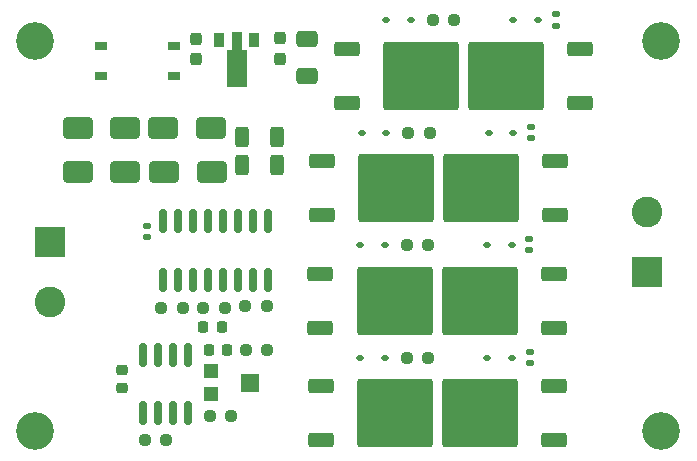
<source format=gbr>
%TF.GenerationSoftware,KiCad,Pcbnew,7.0.10*%
%TF.CreationDate,2024-02-13T13:45:35+01:00*%
%TF.ProjectId,turningLoopMosfet-overcurrent,7475726e-696e-4674-9c6f-6f704d6f7366,rev?*%
%TF.SameCoordinates,Original*%
%TF.FileFunction,Soldermask,Top*%
%TF.FilePolarity,Negative*%
%FSLAX46Y46*%
G04 Gerber Fmt 4.6, Leading zero omitted, Abs format (unit mm)*
G04 Created by KiCad (PCBNEW 7.0.10) date 2024-02-13 13:45:35*
%MOMM*%
%LPD*%
G01*
G04 APERTURE LIST*
G04 Aperture macros list*
%AMRoundRect*
0 Rectangle with rounded corners*
0 $1 Rounding radius*
0 $2 $3 $4 $5 $6 $7 $8 $9 X,Y pos of 4 corners*
0 Add a 4 corners polygon primitive as box body*
4,1,4,$2,$3,$4,$5,$6,$7,$8,$9,$2,$3,0*
0 Add four circle primitives for the rounded corners*
1,1,$1+$1,$2,$3*
1,1,$1+$1,$4,$5*
1,1,$1+$1,$6,$7*
1,1,$1+$1,$8,$9*
0 Add four rect primitives between the rounded corners*
20,1,$1+$1,$2,$3,$4,$5,0*
20,1,$1+$1,$4,$5,$6,$7,0*
20,1,$1+$1,$6,$7,$8,$9,0*
20,1,$1+$1,$8,$9,$2,$3,0*%
%AMFreePoly0*
4,1,9,3.862500,-0.866500,0.737500,-0.866500,0.737500,-0.450000,-0.737500,-0.450000,-0.737500,0.450000,0.737500,0.450000,0.737500,0.866500,3.862500,0.866500,3.862500,-0.866500,3.862500,-0.866500,$1*%
G04 Aperture macros list end*
%ADD10C,3.200000*%
%ADD11RoundRect,0.150000X0.150000X-0.825000X0.150000X0.825000X-0.150000X0.825000X-0.150000X-0.825000X0*%
%ADD12R,1.200000X1.200000*%
%ADD13R,1.500000X1.600000*%
%ADD14RoundRect,0.237500X0.250000X0.237500X-0.250000X0.237500X-0.250000X-0.237500X0.250000X-0.237500X0*%
%ADD15RoundRect,0.237500X-0.250000X-0.237500X0.250000X-0.237500X0.250000X0.237500X-0.250000X0.237500X0*%
%ADD16RoundRect,0.250000X0.312500X0.625000X-0.312500X0.625000X-0.312500X-0.625000X0.312500X-0.625000X0*%
%ADD17RoundRect,0.250000X-0.312500X-0.625000X0.312500X-0.625000X0.312500X0.625000X-0.312500X0.625000X0*%
%ADD18RoundRect,0.250000X-0.850000X-0.350000X0.850000X-0.350000X0.850000X0.350000X-0.850000X0.350000X0*%
%ADD19RoundRect,0.249997X-2.950003X-2.650003X2.950003X-2.650003X2.950003X2.650003X-2.950003X2.650003X0*%
%ADD20RoundRect,0.250000X0.850000X0.350000X-0.850000X0.350000X-0.850000X-0.350000X0.850000X-0.350000X0*%
%ADD21RoundRect,0.249997X2.950003X2.650003X-2.950003X2.650003X-2.950003X-2.650003X2.950003X-2.650003X0*%
%ADD22R,2.600000X2.600000*%
%ADD23C,2.600000*%
%ADD24RoundRect,0.250000X1.000000X0.650000X-1.000000X0.650000X-1.000000X-0.650000X1.000000X-0.650000X0*%
%ADD25RoundRect,0.112500X0.187500X0.112500X-0.187500X0.112500X-0.187500X-0.112500X0.187500X-0.112500X0*%
%ADD26RoundRect,0.112500X-0.187500X-0.112500X0.187500X-0.112500X0.187500X0.112500X-0.187500X0.112500X0*%
%ADD27R,1.000000X0.800000*%
%ADD28RoundRect,0.225000X0.225000X0.250000X-0.225000X0.250000X-0.225000X-0.250000X0.225000X-0.250000X0*%
%ADD29RoundRect,0.140000X-0.170000X0.140000X-0.170000X-0.140000X0.170000X-0.140000X0.170000X0.140000X0*%
%ADD30RoundRect,0.225000X0.250000X-0.225000X0.250000X0.225000X-0.250000X0.225000X-0.250000X-0.225000X0*%
%ADD31RoundRect,0.237500X-0.237500X0.300000X-0.237500X-0.300000X0.237500X-0.300000X0.237500X0.300000X0*%
%ADD32R,0.900000X1.300000*%
%ADD33FreePoly0,270.000000*%
%ADD34RoundRect,0.250000X-0.650000X0.412500X-0.650000X-0.412500X0.650000X-0.412500X0.650000X0.412500X0*%
G04 APERTURE END LIST*
D10*
%TO.C,REF\u002A\u002A*%
X164000000Y-62500000D03*
%TD*%
%TO.C,REF\u002A\u002A*%
X164000000Y-95500000D03*
%TD*%
%TO.C,REF\u002A\u002A*%
X217000000Y-95500000D03*
%TD*%
%TO.C,REF\u002A\u002A*%
X217000000Y-62500000D03*
%TD*%
D11*
%TO.C,U901*%
X174799000Y-82692500D03*
X176069000Y-82692500D03*
X177339000Y-82692500D03*
X178609000Y-82692500D03*
X179879000Y-82692500D03*
X181149000Y-82692500D03*
X182419000Y-82692500D03*
X183689000Y-82692500D03*
X183689000Y-77742500D03*
X182419000Y-77742500D03*
X181149000Y-77742500D03*
X179879000Y-77742500D03*
X178609000Y-77742500D03*
X177339000Y-77742500D03*
X176069000Y-77742500D03*
X174799000Y-77742500D03*
%TD*%
%TO.C,U801*%
X173077500Y-93995500D03*
X174347500Y-93995500D03*
X175617500Y-93995500D03*
X176887500Y-93995500D03*
X176887500Y-89045500D03*
X175617500Y-89045500D03*
X174347500Y-89045500D03*
X173077500Y-89045500D03*
%TD*%
D12*
%TO.C,RV201*%
X178897500Y-90393500D03*
D13*
X182147500Y-91393500D03*
D12*
X178897500Y-92393500D03*
%TD*%
D14*
%TO.C,R903*%
X176473500Y-85043500D03*
X174648500Y-85043500D03*
%TD*%
%TO.C,R902*%
X183585500Y-84916500D03*
X181760500Y-84916500D03*
%TD*%
D15*
%TO.C,R901*%
X178181000Y-85043500D03*
X180006000Y-85043500D03*
%TD*%
D16*
%TO.C,R803*%
X184450000Y-73000000D03*
X181525000Y-73000000D03*
%TD*%
D17*
%TO.C,R802*%
X181525000Y-70599000D03*
X184450000Y-70599000D03*
%TD*%
D14*
%TO.C,R801*%
X175072000Y-96260000D03*
X173247000Y-96260000D03*
%TD*%
%TO.C,R701*%
X197372500Y-70237001D03*
X195547500Y-70237001D03*
%TD*%
%TO.C,R601*%
X197264000Y-89280500D03*
X195439000Y-89280500D03*
%TD*%
%TO.C,R501*%
X199471500Y-60712000D03*
X197646500Y-60712000D03*
%TD*%
%TO.C,R401*%
X197245500Y-79750001D03*
X195420500Y-79750001D03*
%TD*%
D15*
%TO.C,R202*%
X178769000Y-94187500D03*
X180594000Y-94187500D03*
%TD*%
D14*
%TO.C,R201*%
X183642000Y-88599500D03*
X181817000Y-88599500D03*
%TD*%
D18*
%TO.C,Q702*%
X188245000Y-72656000D03*
X188245000Y-77216000D03*
D19*
X194545000Y-74936000D03*
%TD*%
D20*
%TO.C,Q701*%
X208026000Y-77216000D03*
X208026000Y-72656000D03*
D21*
X201726000Y-74936000D03*
%TD*%
D18*
%TO.C,Q602*%
X188136500Y-91699500D03*
X188136500Y-96259500D03*
D19*
X194436500Y-93979500D03*
%TD*%
D21*
%TO.C,Q601*%
X201617500Y-93979500D03*
D20*
X207917500Y-91699500D03*
X207917500Y-96259500D03*
%TD*%
D18*
%TO.C,Q502*%
X190344000Y-63131000D03*
X190344000Y-67691000D03*
D19*
X196644000Y-65411000D03*
%TD*%
D20*
%TO.C,Q501*%
X210125000Y-67691000D03*
X210125000Y-63131000D03*
D21*
X203825000Y-65411000D03*
%TD*%
D18*
%TO.C,Q402*%
X188118000Y-82169000D03*
X188118000Y-86729000D03*
D19*
X194418000Y-84449000D03*
%TD*%
D20*
%TO.C,Q401*%
X207899000Y-86729000D03*
X207899000Y-82169000D03*
D21*
X201599000Y-84449000D03*
%TD*%
D22*
%TO.C,J2*%
X215773000Y-82045000D03*
D23*
X215773000Y-76965000D03*
%TD*%
%TO.C,J1*%
X165195000Y-84535000D03*
D22*
X165195000Y-79455000D03*
%TD*%
D24*
%TO.C,D804*%
X171582000Y-69876000D03*
X167582000Y-69876000D03*
%TD*%
%TO.C,D803*%
X178821000Y-69876000D03*
X174821000Y-69876000D03*
%TD*%
%TO.C,D802*%
X171582000Y-73559000D03*
X167582000Y-73559000D03*
%TD*%
%TO.C,D801*%
X178916000Y-73559000D03*
X174916000Y-73559000D03*
%TD*%
D25*
%TO.C,D702*%
X204460999Y-70237000D03*
X202360999Y-70237000D03*
%TD*%
D26*
%TO.C,D701*%
X191610500Y-70237001D03*
X193710500Y-70237001D03*
%TD*%
D25*
%TO.C,D602*%
X204352500Y-89280500D03*
X202252500Y-89280500D03*
%TD*%
D26*
%TO.C,D601*%
X191502000Y-89280500D03*
X193602000Y-89280500D03*
%TD*%
D25*
%TO.C,D502*%
X206560000Y-60712000D03*
X204460000Y-60712000D03*
%TD*%
D26*
%TO.C,D501*%
X193709500Y-60712000D03*
X195809500Y-60712000D03*
%TD*%
D25*
%TO.C,D402*%
X204333999Y-79750000D03*
X202233999Y-79750000D03*
%TD*%
D26*
%TO.C,D401*%
X191483500Y-79750001D03*
X193583500Y-79750001D03*
%TD*%
D27*
%TO.C,D301*%
X175697000Y-65397000D03*
X175697000Y-62857000D03*
X169547000Y-62857000D03*
X169547000Y-65397000D03*
%TD*%
D28*
%TO.C,C902*%
X179765000Y-86694500D03*
X178215000Y-86694500D03*
%TD*%
D29*
%TO.C,C901*%
X173402000Y-78114500D03*
X173402000Y-79074500D03*
%TD*%
D30*
%TO.C,C801*%
X171365500Y-91841000D03*
X171365500Y-90291000D03*
%TD*%
D29*
%TO.C,C701*%
X205950999Y-69729000D03*
X205950999Y-70689000D03*
%TD*%
%TO.C,C601*%
X205842500Y-88772500D03*
X205842500Y-89732500D03*
%TD*%
%TO.C,C501*%
X208050000Y-60204000D03*
X208050000Y-61164000D03*
%TD*%
%TO.C,C401*%
X205823999Y-79242000D03*
X205823999Y-80202000D03*
%TD*%
D28*
%TO.C,C201*%
X180202500Y-88599500D03*
X178652500Y-88599500D03*
%TD*%
D31*
%TO.C,C302*%
X184687000Y-62248500D03*
X184687000Y-63973500D03*
%TD*%
%TO.C,C301*%
X177575000Y-62275000D03*
X177575000Y-64000000D03*
%TD*%
D32*
%TO.C,U301*%
X182528000Y-62349000D03*
D33*
X181028000Y-62436500D03*
D32*
X179528000Y-62349000D03*
%TD*%
D34*
%TO.C,C303*%
X186973000Y-62310500D03*
X186973000Y-65435500D03*
%TD*%
M02*

</source>
